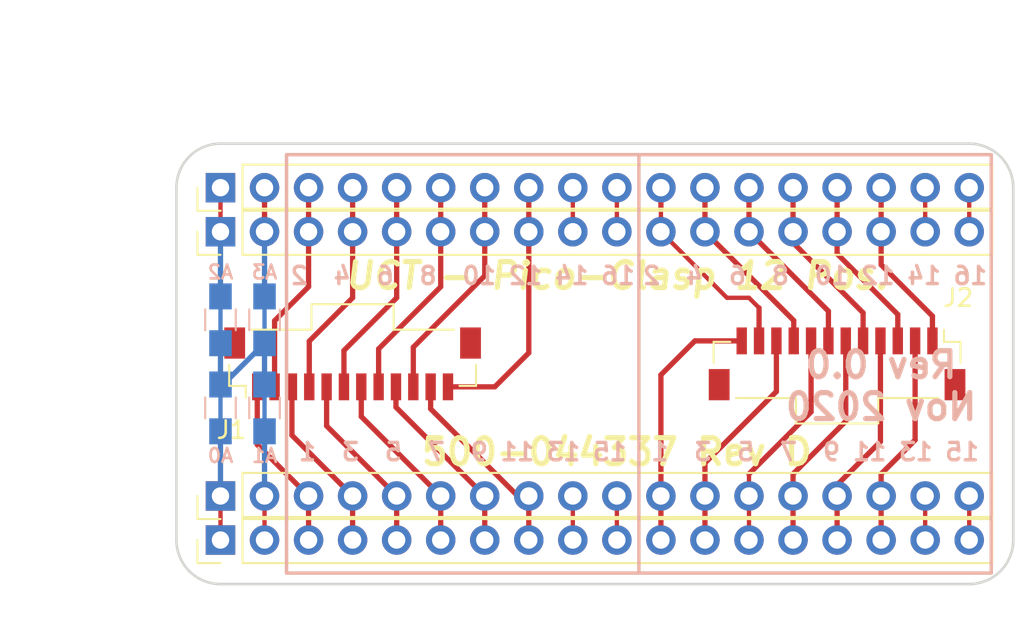
<source format=kicad_pcb>
(kicad_pcb (version 4) (host pcbnew 4.0.6)

  (general
    (links 75)
    (no_connects 8)
    (area 124.384999 73.584999 172.795001 99.135001)
    (thickness 1.6)
    (drawings 22)
    (tracks 108)
    (zones 0)
    (modules 10)
    (nets 35)
  )

  (page A4)
  (layers
    (0 F.Cu signal)
    (31 B.Cu signal)
    (32 B.Adhes user)
    (33 F.Adhes user)
    (34 B.Paste user)
    (35 F.Paste user)
    (36 B.SilkS user)
    (37 F.SilkS user)
    (38 B.Mask user)
    (39 F.Mask user)
    (40 Dwgs.User user)
    (41 Cmts.User user)
    (42 Eco1.User user)
    (43 Eco2.User user)
    (44 Edge.Cuts user)
    (45 Margin user)
    (46 B.CrtYd user)
    (47 F.CrtYd user)
    (48 B.Fab user)
    (49 F.Fab user)
  )

  (setup
    (last_trace_width 0.3048)
    (user_trace_width 0.254)
    (user_trace_width 0.3048)
    (user_trace_width 0.4064)
    (trace_clearance 0.2)
    (zone_clearance 0.508)
    (zone_45_only no)
    (trace_min 0.2)
    (segment_width 0.2)
    (edge_width 0.15)
    (via_size 0.6)
    (via_drill 0.4)
    (via_min_size 0.4)
    (via_min_drill 0.3)
    (uvia_size 0.3)
    (uvia_drill 0.1)
    (uvias_allowed no)
    (uvia_min_size 0.2)
    (uvia_min_drill 0.1)
    (pcb_text_width 0.3)
    (pcb_text_size 1.5 1.5)
    (mod_edge_width 0.15)
    (mod_text_size 1 1)
    (mod_text_width 0.15)
    (pad_size 1.8 1.2)
    (pad_drill 0)
    (pad_to_mask_clearance 0)
    (aux_axis_origin 0 0)
    (visible_elements 7FFFFFFF)
    (pcbplotparams
      (layerselection 0x00030_80000001)
      (usegerberextensions false)
      (excludeedgelayer true)
      (linewidth 0.100000)
      (plotframeref false)
      (viasonmask false)
      (mode 1)
      (useauxorigin false)
      (hpglpennumber 1)
      (hpglpenspeed 20)
      (hpglpendiameter 15)
      (hpglpenoverlay 2)
      (psnegative false)
      (psa4output false)
      (plotreference true)
      (plotvalue true)
      (plotinvisibletext false)
      (padsonsilk false)
      (subtractmaskfromsilk false)
      (outputformat 1)
      (mirror false)
      (drillshape 1)
      (scaleselection 1)
      (outputdirectory ""))
  )

  (net 0 "")
  (net 1 GND)
  (net 2 /OUT1)
  (net 3 /OUT2)
  (net 4 /OUT3)
  (net 5 /OUT4)
  (net 6 /OUT5)
  (net 7 /OUT6)
  (net 8 /OUT7)
  (net 9 /OUT8)
  (net 10 /IN1)
  (net 11 /IN2)
  (net 12 /IN3)
  (net 13 /IN4)
  (net 14 /IN5)
  (net 15 /IN6)
  (net 16 /IN7)
  (net 17 /IN8)
  (net 18 /OUT9)
  (net 19 /OUT10)
  (net 20 /OUT11)
  (net 21 /OUT12)
  (net 22 /OUT13)
  (net 23 /OUT14)
  (net 24 /OUT15)
  (net 25 /OUT16)
  (net 26 /IN9)
  (net 27 /IN10)
  (net 28 /IN11)
  (net 29 /IN12)
  (net 30 /IN13)
  (net 31 /IN14)
  (net 32 /IN15)
  (net 33 /IN16)
  (net 34 /A0)

  (net_class Default "This is the default net class."
    (clearance 0.2)
    (trace_width 0.25)
    (via_dia 0.6)
    (via_drill 0.4)
    (uvia_dia 0.3)
    (uvia_drill 0.1)
    (add_net /A0)
    (add_net /IN1)
    (add_net /IN10)
    (add_net /IN11)
    (add_net /IN12)
    (add_net /IN13)
    (add_net /IN14)
    (add_net /IN15)
    (add_net /IN16)
    (add_net /IN2)
    (add_net /IN3)
    (add_net /IN4)
    (add_net /IN5)
    (add_net /IN6)
    (add_net /IN7)
    (add_net /IN8)
    (add_net /IN9)
    (add_net /OUT1)
    (add_net /OUT10)
    (add_net /OUT11)
    (add_net /OUT12)
    (add_net /OUT13)
    (add_net /OUT14)
    (add_net /OUT15)
    (add_net /OUT16)
    (add_net /OUT2)
    (add_net /OUT3)
    (add_net /OUT4)
    (add_net /OUT5)
    (add_net /OUT6)
    (add_net /OUT7)
    (add_net /OUT8)
    (add_net /OUT9)
  )

  (module footprints:Molex_PicoClasp_501331-1207_1x12_P1.0mm_Vertical (layer F.Cu) (tedit 5FB31BBB) (tstamp 5FB2EDD1)
    (at 162.56 86.36 270)
    (descr "Molex Pico-Clasp header, 12 contacts, 1.00mm pitch, http://www.molex.com/pdm_docs/sd/5013310207_sd.pdf")
    (tags "connector molex pico clasp 501331-1207")
    (path /5FB5092C)
    (attr smd)
    (fp_text reference J2 (at -3.81 -6.985 360) (layer F.SilkS)
      (effects (font (size 1 1) (thickness 0.15)))
    )
    (fp_text value PicoClasp_12 (at 0 8.6 270) (layer F.Fab)
      (effects (font (size 1 1) (thickness 0.15)))
    )
    (fp_line (start -1.15 -7) (end 1.85 -7) (layer F.Fab) (width 0.1))
    (fp_line (start 1.85 -7) (end 1.85 -2.25) (layer F.Fab) (width 0.1))
    (fp_line (start 1.85 -2.25) (end 3.32 -2.25) (layer F.Fab) (width 0.1))
    (fp_line (start 3.32 -2.25) (end 3.32 2.25) (layer F.Fab) (width 0.1))
    (fp_line (start 3.32 2.25) (end 1.85 2.25) (layer F.Fab) (width 0.1))
    (fp_line (start 1.85 2.25) (end 1.85 7) (layer F.Fab) (width 0.1))
    (fp_line (start 1.85 7) (end -1.15 7) (layer F.Fab) (width 0.1))
    (fp_line (start -1.15 7) (end -1.15 -7) (layer F.Fab) (width 0.1))
    (fp_line (start -1.15 -5) (end -0.15 -5.5) (layer F.Fab) (width 0.1))
    (fp_line (start -0.15 -5.5) (end -1.15 -6) (layer F.Fab) (width 0.1))
    (fp_line (start -1.95 -6.16) (end -1.27 -6.16) (layer F.SilkS) (width 0.12))
    (fp_line (start -1.27 -6.16) (end -1.27 -7.12) (layer F.SilkS) (width 0.12))
    (fp_line (start -1.27 -7.12) (end -0.06 -7.12) (layer F.SilkS) (width 0.12))
    (fp_line (start -1.27 6.16) (end -1.27 7.12) (layer F.SilkS) (width 0.12))
    (fp_line (start -1.27 7.12) (end -0.06 7.12) (layer F.SilkS) (width 0.12))
    (fp_line (start 1.97 -5.84) (end 1.97 -2.37) (layer F.SilkS) (width 0.12))
    (fp_line (start 1.97 -2.37) (end 3.44 -2.37) (layer F.SilkS) (width 0.12))
    (fp_line (start 3.44 -2.37) (end 3.44 2.37) (layer F.SilkS) (width 0.12))
    (fp_line (start 3.44 2.37) (end 1.97 2.37) (layer F.SilkS) (width 0.12))
    (fp_line (start 1.97 2.37) (end 1.97 5.84) (layer F.SilkS) (width 0.12))
    (fp_line (start -2.6 -7.9) (end -2.6 7.9) (layer F.CrtYd) (width 0.05))
    (fp_line (start -2.6 7.9) (end 3.82 7.9) (layer F.CrtYd) (width 0.05))
    (fp_line (start 3.82 7.9) (end 3.82 -7.9) (layer F.CrtYd) (width 0.05))
    (fp_line (start 3.82 -7.9) (end -2.6 -7.9) (layer F.CrtYd) (width 0.05))
    (fp_text user %R (at 0.675 0 360) (layer F.Fab)
      (effects (font (size 1 1) (thickness 0.15)))
    )
    (pad 1 smd rect (at -1.325 -5.5 270) (size 1.55 0.6) (layers F.Cu F.Paste F.Mask)
      (net 29 /IN12))
    (pad 2 smd rect (at -1.325 -4.5 270) (size 1.55 0.6) (layers F.Cu F.Paste F.Mask)
      (net 28 /IN11))
    (pad 3 smd rect (at -1.325 -3.5 270) (size 1.55 0.6) (layers F.Cu F.Paste F.Mask)
      (net 27 /IN10))
    (pad 4 smd rect (at -1.325 -2.5 270) (size 1.55 0.6) (layers F.Cu F.Paste F.Mask)
      (net 26 /IN9))
    (pad 5 smd rect (at -1.325 -1.5 270) (size 1.55 0.6) (layers F.Cu F.Paste F.Mask)
      (net 17 /IN8))
    (pad 6 smd rect (at -1.325 -0.5 270) (size 1.55 0.6) (layers F.Cu F.Paste F.Mask)
      (net 16 /IN7))
    (pad 7 smd rect (at -1.325 0.5 270) (size 1.55 0.6) (layers F.Cu F.Paste F.Mask)
      (net 15 /IN6))
    (pad 8 smd rect (at -1.325 1.5 270) (size 1.55 0.6) (layers F.Cu F.Paste F.Mask)
      (net 14 /IN5))
    (pad 9 smd rect (at -1.325 2.5 270) (size 1.55 0.6) (layers F.Cu F.Paste F.Mask)
      (net 13 /IN4))
    (pad 10 smd rect (at -1.325 3.5 270) (size 1.55 0.6) (layers F.Cu F.Paste F.Mask)
      (net 12 /IN3))
    (pad 11 smd rect (at -1.325 4.5 270) (size 1.55 0.6) (layers F.Cu F.Paste F.Mask)
      (net 11 /IN2))
    (pad 12 smd rect (at -1.325 5.5 270) (size 1.55 0.6) (layers F.Cu F.Paste F.Mask)
      (net 10 /IN1))
    (pad 13 smd rect (at 1.2 -6.8 270) (size 1.8 1.2) (layers F.Cu F.Paste F.Mask))
    (pad 13 smd rect (at 1.2 6.8 270) (size 1.8 1.2) (layers F.Cu F.Paste F.Mask))
    (model ${KISYS3DMOD}/Connectors_Molex.3dshapes/Molex_PicoClasp_501331-1207_1x12_P1.0mm_Vertical.wrl
      (at (xyz 0 0 0))
      (scale (xyz 1 1 1))
      (rotate (xyz 0 0 0))
    )
  )

  (module Pin_Headers:Pin_Header_Straight_1x18_Pitch2.54mm (layer F.Cu) (tedit 5FB3FD60) (tstamp 5FB2DFFD)
    (at 127 96.52 90)
    (descr "Through hole straight pin header, 1x18, 2.54mm pitch, single row")
    (tags "Through hole pin header THT 1x18 2.54mm single row")
    (path /5FB2E822)
    (fp_text reference J3 (at 0 -2.33 90) (layer F.SilkS) hide
      (effects (font (size 1 1) (thickness 0.15)))
    )
    (fp_text value CONN_01X18 (at 0 45.51 90) (layer F.Fab)
      (effects (font (size 1 1) (thickness 0.15)))
    )
    (fp_line (start -0.635 -1.27) (end 1.27 -1.27) (layer F.Fab) (width 0.1))
    (fp_line (start 1.27 -1.27) (end 1.27 44.45) (layer F.Fab) (width 0.1))
    (fp_line (start 1.27 44.45) (end -1.27 44.45) (layer F.Fab) (width 0.1))
    (fp_line (start -1.27 44.45) (end -1.27 -0.635) (layer F.Fab) (width 0.1))
    (fp_line (start -1.27 -0.635) (end -0.635 -1.27) (layer F.Fab) (width 0.1))
    (fp_line (start -1.33 44.51) (end 1.33 44.51) (layer F.SilkS) (width 0.12))
    (fp_line (start -1.33 1.27) (end -1.33 44.51) (layer F.SilkS) (width 0.12))
    (fp_line (start 1.33 1.27) (end 1.33 44.51) (layer F.SilkS) (width 0.12))
    (fp_line (start -1.33 1.27) (end 1.33 1.27) (layer F.SilkS) (width 0.12))
    (fp_line (start -1.33 0) (end -1.33 -1.33) (layer F.SilkS) (width 0.12))
    (fp_line (start -1.33 -1.33) (end 0 -1.33) (layer F.SilkS) (width 0.12))
    (fp_line (start -1.8 -1.8) (end -1.8 44.95) (layer F.CrtYd) (width 0.05))
    (fp_line (start -1.8 44.95) (end 1.8 44.95) (layer F.CrtYd) (width 0.05))
    (fp_line (start 1.8 44.95) (end 1.8 -1.8) (layer F.CrtYd) (width 0.05))
    (fp_line (start 1.8 -1.8) (end -1.8 -1.8) (layer F.CrtYd) (width 0.05))
    (fp_text user %R (at 0 21.59 180) (layer F.Fab)
      (effects (font (size 1 1) (thickness 0.15)))
    )
    (pad 1 thru_hole rect (at 0 0 90) (size 1.7 1.7) (drill 1) (layers *.Cu *.Mask)
      (net 34 /A0))
    (pad 2 thru_hole oval (at 0 2.54 90) (size 1.7 1.7) (drill 1) (layers *.Cu *.Mask)
      (net 34 /A0))
    (pad 3 thru_hole oval (at 0 5.08 90) (size 1.7 1.7) (drill 1) (layers *.Cu *.Mask)
      (net 2 /OUT1))
    (pad 4 thru_hole oval (at 0 7.62 90) (size 1.7 1.7) (drill 1) (layers *.Cu *.Mask)
      (net 4 /OUT3))
    (pad 5 thru_hole oval (at 0 10.16 90) (size 1.7 1.7) (drill 1) (layers *.Cu *.Mask)
      (net 6 /OUT5))
    (pad 6 thru_hole oval (at 0 12.7 90) (size 1.7 1.7) (drill 1) (layers *.Cu *.Mask)
      (net 8 /OUT7))
    (pad 7 thru_hole oval (at 0 15.24 90) (size 1.7 1.7) (drill 1) (layers *.Cu *.Mask)
      (net 18 /OUT9))
    (pad 8 thru_hole oval (at 0 17.78 90) (size 1.7 1.7) (drill 1) (layers *.Cu *.Mask)
      (net 20 /OUT11))
    (pad 9 thru_hole oval (at 0 20.32 90) (size 1.7 1.7) (drill 1) (layers *.Cu *.Mask)
      (net 22 /OUT13))
    (pad 10 thru_hole oval (at 0 22.86 90) (size 1.7 1.7) (drill 1) (layers *.Cu *.Mask)
      (net 24 /OUT15))
    (pad 11 thru_hole oval (at 0 25.4 90) (size 1.7 1.7) (drill 1) (layers *.Cu *.Mask)
      (net 10 /IN1))
    (pad 12 thru_hole oval (at 0 27.94 90) (size 1.7 1.7) (drill 1) (layers *.Cu *.Mask)
      (net 12 /IN3))
    (pad 13 thru_hole oval (at 0 30.48 90) (size 1.7 1.7) (drill 1) (layers *.Cu *.Mask)
      (net 14 /IN5))
    (pad 14 thru_hole oval (at 0 33.02 90) (size 1.7 1.7) (drill 1) (layers *.Cu *.Mask)
      (net 16 /IN7))
    (pad 15 thru_hole oval (at 0 35.56 90) (size 1.7 1.7) (drill 1) (layers *.Cu *.Mask)
      (net 26 /IN9))
    (pad 16 thru_hole oval (at 0 38.1 90) (size 1.7 1.7) (drill 1) (layers *.Cu *.Mask)
      (net 28 /IN11))
    (pad 17 thru_hole oval (at 0 40.64 90) (size 1.7 1.7) (drill 1) (layers *.Cu *.Mask)
      (net 30 /IN13))
    (pad 18 thru_hole oval (at 0 43.18 90) (size 1.7 1.7) (drill 1) (layers *.Cu *.Mask)
      (net 32 /IN15))
  )

  (module Pin_Headers:Pin_Header_Straight_1x18_Pitch2.54mm (layer F.Cu) (tedit 5FB31035) (tstamp 5FB2E012)
    (at 127 76.2 90)
    (descr "Through hole straight pin header, 1x18, 2.54mm pitch, single row")
    (tags "Through hole pin header THT 1x18 2.54mm single row")
    (path /5FB2E920)
    (fp_text reference J4 (at 0 -2.33 90) (layer F.SilkS) hide
      (effects (font (size 1 1) (thickness 0.15)))
    )
    (fp_text value CONN_01X18 (at 0 45.51 90) (layer F.Fab)
      (effects (font (size 1 1) (thickness 0.15)))
    )
    (fp_line (start -0.635 -1.27) (end 1.27 -1.27) (layer F.Fab) (width 0.1))
    (fp_line (start 1.27 -1.27) (end 1.27 44.45) (layer F.Fab) (width 0.1))
    (fp_line (start 1.27 44.45) (end -1.27 44.45) (layer F.Fab) (width 0.1))
    (fp_line (start -1.27 44.45) (end -1.27 -0.635) (layer F.Fab) (width 0.1))
    (fp_line (start -1.27 -0.635) (end -0.635 -1.27) (layer F.Fab) (width 0.1))
    (fp_line (start -1.33 44.51) (end 1.33 44.51) (layer F.SilkS) (width 0.12))
    (fp_line (start -1.33 1.27) (end -1.33 44.51) (layer F.SilkS) (width 0.12))
    (fp_line (start 1.33 1.27) (end 1.33 44.51) (layer F.SilkS) (width 0.12))
    (fp_line (start -1.33 1.27) (end 1.33 1.27) (layer F.SilkS) (width 0.12))
    (fp_line (start -1.33 0) (end -1.33 -1.33) (layer F.SilkS) (width 0.12))
    (fp_line (start -1.33 -1.33) (end 0 -1.33) (layer F.SilkS) (width 0.12))
    (fp_line (start -1.8 -1.8) (end -1.8 44.95) (layer F.CrtYd) (width 0.05))
    (fp_line (start -1.8 44.95) (end 1.8 44.95) (layer F.CrtYd) (width 0.05))
    (fp_line (start 1.8 44.95) (end 1.8 -1.8) (layer F.CrtYd) (width 0.05))
    (fp_line (start 1.8 -1.8) (end -1.8 -1.8) (layer F.CrtYd) (width 0.05))
    (fp_text user %R (at 0 21.59 180) (layer F.Fab)
      (effects (font (size 1 1) (thickness 0.15)))
    )
    (pad 1 thru_hole rect (at 0 0 90) (size 1.7 1.7) (drill 1) (layers *.Cu *.Mask)
      (net 34 /A0))
    (pad 2 thru_hole oval (at 0 2.54 90) (size 1.7 1.7) (drill 1) (layers *.Cu *.Mask)
      (net 34 /A0))
    (pad 3 thru_hole oval (at 0 5.08 90) (size 1.7 1.7) (drill 1) (layers *.Cu *.Mask)
      (net 3 /OUT2))
    (pad 4 thru_hole oval (at 0 7.62 90) (size 1.7 1.7) (drill 1) (layers *.Cu *.Mask)
      (net 5 /OUT4))
    (pad 5 thru_hole oval (at 0 10.16 90) (size 1.7 1.7) (drill 1) (layers *.Cu *.Mask)
      (net 7 /OUT6))
    (pad 6 thru_hole oval (at 0 12.7 90) (size 1.7 1.7) (drill 1) (layers *.Cu *.Mask)
      (net 9 /OUT8))
    (pad 7 thru_hole oval (at 0 15.24 90) (size 1.7 1.7) (drill 1) (layers *.Cu *.Mask)
      (net 19 /OUT10))
    (pad 8 thru_hole oval (at 0 17.78 90) (size 1.7 1.7) (drill 1) (layers *.Cu *.Mask)
      (net 21 /OUT12))
    (pad 9 thru_hole oval (at 0 20.32 90) (size 1.7 1.7) (drill 1) (layers *.Cu *.Mask)
      (net 23 /OUT14))
    (pad 10 thru_hole oval (at 0 22.86 90) (size 1.7 1.7) (drill 1) (layers *.Cu *.Mask)
      (net 25 /OUT16))
    (pad 11 thru_hole oval (at 0 25.4 90) (size 1.7 1.7) (drill 1) (layers *.Cu *.Mask)
      (net 11 /IN2))
    (pad 12 thru_hole oval (at 0 27.94 90) (size 1.7 1.7) (drill 1) (layers *.Cu *.Mask)
      (net 13 /IN4))
    (pad 13 thru_hole oval (at 0 30.48 90) (size 1.7 1.7) (drill 1) (layers *.Cu *.Mask)
      (net 15 /IN6))
    (pad 14 thru_hole oval (at 0 33.02 90) (size 1.7 1.7) (drill 1) (layers *.Cu *.Mask)
      (net 17 /IN8))
    (pad 15 thru_hole oval (at 0 35.56 90) (size 1.7 1.7) (drill 1) (layers *.Cu *.Mask)
      (net 27 /IN10))
    (pad 16 thru_hole oval (at 0 38.1 90) (size 1.7 1.7) (drill 1) (layers *.Cu *.Mask)
      (net 29 /IN12))
    (pad 17 thru_hole oval (at 0 40.64 90) (size 1.7 1.7) (drill 1) (layers *.Cu *.Mask)
      (net 31 /IN14))
    (pad 18 thru_hole oval (at 0 43.18 90) (size 1.7 1.7) (drill 1) (layers *.Cu *.Mask)
      (net 33 /IN16))
  )

  (module footprints:Molex_PicoClasp_501331-1207_1x12_P1.0mm_Vertical (layer F.Cu) (tedit 5FB31BAE) (tstamp 5FB2EDBF)
    (at 134.62 86.36 90)
    (descr "Molex Pico-Clasp header, 12 contacts, 1.00mm pitch, http://www.molex.com/pdm_docs/sd/5013310207_sd.pdf")
    (tags "connector molex pico clasp 501331-1207")
    (path /5FB50851)
    (attr smd)
    (fp_text reference J1 (at -3.81 -6.985 180) (layer F.SilkS)
      (effects (font (size 1 1) (thickness 0.15)))
    )
    (fp_text value PicoClasp_12 (at 0 8.6 90) (layer F.Fab)
      (effects (font (size 1 1) (thickness 0.15)))
    )
    (fp_line (start -1.15 -7) (end 1.85 -7) (layer F.Fab) (width 0.1))
    (fp_line (start 1.85 -7) (end 1.85 -2.25) (layer F.Fab) (width 0.1))
    (fp_line (start 1.85 -2.25) (end 3.32 -2.25) (layer F.Fab) (width 0.1))
    (fp_line (start 3.32 -2.25) (end 3.32 2.25) (layer F.Fab) (width 0.1))
    (fp_line (start 3.32 2.25) (end 1.85 2.25) (layer F.Fab) (width 0.1))
    (fp_line (start 1.85 2.25) (end 1.85 7) (layer F.Fab) (width 0.1))
    (fp_line (start 1.85 7) (end -1.15 7) (layer F.Fab) (width 0.1))
    (fp_line (start -1.15 7) (end -1.15 -7) (layer F.Fab) (width 0.1))
    (fp_line (start -1.15 -5) (end -0.15 -5.5) (layer F.Fab) (width 0.1))
    (fp_line (start -0.15 -5.5) (end -1.15 -6) (layer F.Fab) (width 0.1))
    (fp_line (start -1.95 -6.16) (end -1.27 -6.16) (layer F.SilkS) (width 0.12))
    (fp_line (start -1.27 -6.16) (end -1.27 -7.12) (layer F.SilkS) (width 0.12))
    (fp_line (start -1.27 -7.12) (end -0.06 -7.12) (layer F.SilkS) (width 0.12))
    (fp_line (start -1.27 6.16) (end -1.27 7.12) (layer F.SilkS) (width 0.12))
    (fp_line (start -1.27 7.12) (end -0.06 7.12) (layer F.SilkS) (width 0.12))
    (fp_line (start 1.97 -5.84) (end 1.97 -2.37) (layer F.SilkS) (width 0.12))
    (fp_line (start 1.97 -2.37) (end 3.44 -2.37) (layer F.SilkS) (width 0.12))
    (fp_line (start 3.44 -2.37) (end 3.44 2.37) (layer F.SilkS) (width 0.12))
    (fp_line (start 3.44 2.37) (end 1.97 2.37) (layer F.SilkS) (width 0.12))
    (fp_line (start 1.97 2.37) (end 1.97 5.84) (layer F.SilkS) (width 0.12))
    (fp_line (start -2.6 -7.9) (end -2.6 7.9) (layer F.CrtYd) (width 0.05))
    (fp_line (start -2.6 7.9) (end 3.82 7.9) (layer F.CrtYd) (width 0.05))
    (fp_line (start 3.82 7.9) (end 3.82 -7.9) (layer F.CrtYd) (width 0.05))
    (fp_line (start 3.82 -7.9) (end -2.6 -7.9) (layer F.CrtYd) (width 0.05))
    (fp_text user %R (at 0.675 0 180) (layer F.Fab)
      (effects (font (size 1 1) (thickness 0.15)))
    )
    (pad 1 smd rect (at -1.325 -5.5 90) (size 1.55 0.6) (layers F.Cu F.Paste F.Mask)
      (net 2 /OUT1))
    (pad 2 smd rect (at -1.325 -4.5 90) (size 1.55 0.6) (layers F.Cu F.Paste F.Mask)
      (net 3 /OUT2))
    (pad 3 smd rect (at -1.325 -3.5 90) (size 1.55 0.6) (layers F.Cu F.Paste F.Mask)
      (net 4 /OUT3))
    (pad 4 smd rect (at -1.325 -2.5 90) (size 1.55 0.6) (layers F.Cu F.Paste F.Mask)
      (net 5 /OUT4))
    (pad 5 smd rect (at -1.325 -1.5 90) (size 1.55 0.6) (layers F.Cu F.Paste F.Mask)
      (net 6 /OUT5))
    (pad 6 smd rect (at -1.325 -0.5 90) (size 1.55 0.6) (layers F.Cu F.Paste F.Mask)
      (net 7 /OUT6))
    (pad 7 smd rect (at -1.325 0.5 90) (size 1.55 0.6) (layers F.Cu F.Paste F.Mask)
      (net 8 /OUT7))
    (pad 8 smd rect (at -1.325 1.5 90) (size 1.55 0.6) (layers F.Cu F.Paste F.Mask)
      (net 9 /OUT8))
    (pad 9 smd rect (at -1.325 2.5 90) (size 1.55 0.6) (layers F.Cu F.Paste F.Mask)
      (net 18 /OUT9))
    (pad 10 smd rect (at -1.325 3.5 90) (size 1.55 0.6) (layers F.Cu F.Paste F.Mask)
      (net 19 /OUT10))
    (pad 11 smd rect (at -1.325 4.5 90) (size 1.55 0.6) (layers F.Cu F.Paste F.Mask)
      (net 20 /OUT11))
    (pad 12 smd rect (at -1.325 5.5 90) (size 1.55 0.6) (layers F.Cu F.Paste F.Mask)
      (net 21 /OUT12))
    (pad 13 smd rect (at 1.2 -6.8 90) (size 1.8 1.2) (layers F.Cu F.Paste F.Mask))
    (pad 13 smd rect (at 1.2 6.8 90) (size 1.8 1.2) (layers F.Cu F.Paste F.Mask))
    (model ${KISYS3DMOD}/Connectors_Molex.3dshapes/Molex_PicoClasp_501331-1207_1x12_P1.0mm_Vertical.wrl
      (at (xyz 0 0 0))
      (scale (xyz 1 1 1))
      (rotate (xyz 0 0 0))
    )
  )

  (module Pin_Headers:Pin_Header_Straight_1x18_Pitch2.54mm (layer F.Cu) (tedit 5FB3FD63) (tstamp 5FB3FD40)
    (at 127 93.98 90)
    (descr "Through hole straight pin header, 1x18, 2.54mm pitch, single row")
    (tags "Through hole pin header THT 1x18 2.54mm single row")
    (path /5FB3FCEC)
    (fp_text reference J33 (at 0 -2.33 90) (layer F.SilkS) hide
      (effects (font (size 1 1) (thickness 0.15)))
    )
    (fp_text value CONN_01X18 (at 0 45.51 90) (layer F.Fab)
      (effects (font (size 1 1) (thickness 0.15)))
    )
    (fp_line (start -0.635 -1.27) (end 1.27 -1.27) (layer F.Fab) (width 0.1))
    (fp_line (start 1.27 -1.27) (end 1.27 44.45) (layer F.Fab) (width 0.1))
    (fp_line (start 1.27 44.45) (end -1.27 44.45) (layer F.Fab) (width 0.1))
    (fp_line (start -1.27 44.45) (end -1.27 -0.635) (layer F.Fab) (width 0.1))
    (fp_line (start -1.27 -0.635) (end -0.635 -1.27) (layer F.Fab) (width 0.1))
    (fp_line (start -1.33 44.51) (end 1.33 44.51) (layer F.SilkS) (width 0.12))
    (fp_line (start -1.33 1.27) (end -1.33 44.51) (layer F.SilkS) (width 0.12))
    (fp_line (start 1.33 1.27) (end 1.33 44.51) (layer F.SilkS) (width 0.12))
    (fp_line (start -1.33 1.27) (end 1.33 1.27) (layer F.SilkS) (width 0.12))
    (fp_line (start -1.33 0) (end -1.33 -1.33) (layer F.SilkS) (width 0.12))
    (fp_line (start -1.33 -1.33) (end 0 -1.33) (layer F.SilkS) (width 0.12))
    (fp_line (start -1.8 -1.8) (end -1.8 44.95) (layer F.CrtYd) (width 0.05))
    (fp_line (start -1.8 44.95) (end 1.8 44.95) (layer F.CrtYd) (width 0.05))
    (fp_line (start 1.8 44.95) (end 1.8 -1.8) (layer F.CrtYd) (width 0.05))
    (fp_line (start 1.8 -1.8) (end -1.8 -1.8) (layer F.CrtYd) (width 0.05))
    (fp_text user %R (at 0 21.59 180) (layer F.Fab)
      (effects (font (size 1 1) (thickness 0.15)))
    )
    (pad 1 thru_hole rect (at 0 0 90) (size 1.7 1.7) (drill 1) (layers *.Cu *.Mask)
      (net 34 /A0))
    (pad 2 thru_hole oval (at 0 2.54 90) (size 1.7 1.7) (drill 1) (layers *.Cu *.Mask)
      (net 34 /A0))
    (pad 3 thru_hole oval (at 0 5.08 90) (size 1.7 1.7) (drill 1) (layers *.Cu *.Mask)
      (net 2 /OUT1))
    (pad 4 thru_hole oval (at 0 7.62 90) (size 1.7 1.7) (drill 1) (layers *.Cu *.Mask)
      (net 4 /OUT3))
    (pad 5 thru_hole oval (at 0 10.16 90) (size 1.7 1.7) (drill 1) (layers *.Cu *.Mask)
      (net 6 /OUT5))
    (pad 6 thru_hole oval (at 0 12.7 90) (size 1.7 1.7) (drill 1) (layers *.Cu *.Mask)
      (net 8 /OUT7))
    (pad 7 thru_hole oval (at 0 15.24 90) (size 1.7 1.7) (drill 1) (layers *.Cu *.Mask)
      (net 18 /OUT9))
    (pad 8 thru_hole oval (at 0 17.78 90) (size 1.7 1.7) (drill 1) (layers *.Cu *.Mask)
      (net 20 /OUT11))
    (pad 9 thru_hole oval (at 0 20.32 90) (size 1.7 1.7) (drill 1) (layers *.Cu *.Mask)
      (net 22 /OUT13))
    (pad 10 thru_hole oval (at 0 22.86 90) (size 1.7 1.7) (drill 1) (layers *.Cu *.Mask)
      (net 24 /OUT15))
    (pad 11 thru_hole oval (at 0 25.4 90) (size 1.7 1.7) (drill 1) (layers *.Cu *.Mask)
      (net 10 /IN1))
    (pad 12 thru_hole oval (at 0 27.94 90) (size 1.7 1.7) (drill 1) (layers *.Cu *.Mask)
      (net 12 /IN3))
    (pad 13 thru_hole oval (at 0 30.48 90) (size 1.7 1.7) (drill 1) (layers *.Cu *.Mask)
      (net 14 /IN5))
    (pad 14 thru_hole oval (at 0 33.02 90) (size 1.7 1.7) (drill 1) (layers *.Cu *.Mask)
      (net 16 /IN7))
    (pad 15 thru_hole oval (at 0 35.56 90) (size 1.7 1.7) (drill 1) (layers *.Cu *.Mask)
      (net 26 /IN9))
    (pad 16 thru_hole oval (at 0 38.1 90) (size 1.7 1.7) (drill 1) (layers *.Cu *.Mask)
      (net 28 /IN11))
    (pad 17 thru_hole oval (at 0 40.64 90) (size 1.7 1.7) (drill 1) (layers *.Cu *.Mask)
      (net 30 /IN13))
    (pad 18 thru_hole oval (at 0 43.18 90) (size 1.7 1.7) (drill 1) (layers *.Cu *.Mask)
      (net 32 /IN15))
  )

  (module Pin_Headers:Pin_Header_Straight_1x18_Pitch2.54mm (layer F.Cu) (tedit 5FB3FD5C) (tstamp 5FB3FD66)
    (at 127 78.74 90)
    (descr "Through hole straight pin header, 1x18, 2.54mm pitch, single row")
    (tags "Through hole pin header THT 1x18 2.54mm single row")
    (path /5FB3FD19)
    (fp_text reference J44 (at 0 -2.33 90) (layer F.SilkS) hide
      (effects (font (size 1 1) (thickness 0.15)))
    )
    (fp_text value CONN_01X18 (at 0 45.51 90) (layer F.Fab)
      (effects (font (size 1 1) (thickness 0.15)))
    )
    (fp_line (start -0.635 -1.27) (end 1.27 -1.27) (layer F.Fab) (width 0.1))
    (fp_line (start 1.27 -1.27) (end 1.27 44.45) (layer F.Fab) (width 0.1))
    (fp_line (start 1.27 44.45) (end -1.27 44.45) (layer F.Fab) (width 0.1))
    (fp_line (start -1.27 44.45) (end -1.27 -0.635) (layer F.Fab) (width 0.1))
    (fp_line (start -1.27 -0.635) (end -0.635 -1.27) (layer F.Fab) (width 0.1))
    (fp_line (start -1.33 44.51) (end 1.33 44.51) (layer F.SilkS) (width 0.12))
    (fp_line (start -1.33 1.27) (end -1.33 44.51) (layer F.SilkS) (width 0.12))
    (fp_line (start 1.33 1.27) (end 1.33 44.51) (layer F.SilkS) (width 0.12))
    (fp_line (start -1.33 1.27) (end 1.33 1.27) (layer F.SilkS) (width 0.12))
    (fp_line (start -1.33 0) (end -1.33 -1.33) (layer F.SilkS) (width 0.12))
    (fp_line (start -1.33 -1.33) (end 0 -1.33) (layer F.SilkS) (width 0.12))
    (fp_line (start -1.8 -1.8) (end -1.8 44.95) (layer F.CrtYd) (width 0.05))
    (fp_line (start -1.8 44.95) (end 1.8 44.95) (layer F.CrtYd) (width 0.05))
    (fp_line (start 1.8 44.95) (end 1.8 -1.8) (layer F.CrtYd) (width 0.05))
    (fp_line (start 1.8 -1.8) (end -1.8 -1.8) (layer F.CrtYd) (width 0.05))
    (fp_text user %R (at 0 21.59 180) (layer F.Fab)
      (effects (font (size 1 1) (thickness 0.15)))
    )
    (pad 1 thru_hole rect (at 0 0 90) (size 1.7 1.7) (drill 1) (layers *.Cu *.Mask)
      (net 34 /A0))
    (pad 2 thru_hole oval (at 0 2.54 90) (size 1.7 1.7) (drill 1) (layers *.Cu *.Mask)
      (net 34 /A0))
    (pad 3 thru_hole oval (at 0 5.08 90) (size 1.7 1.7) (drill 1) (layers *.Cu *.Mask)
      (net 3 /OUT2))
    (pad 4 thru_hole oval (at 0 7.62 90) (size 1.7 1.7) (drill 1) (layers *.Cu *.Mask)
      (net 5 /OUT4))
    (pad 5 thru_hole oval (at 0 10.16 90) (size 1.7 1.7) (drill 1) (layers *.Cu *.Mask)
      (net 7 /OUT6))
    (pad 6 thru_hole oval (at 0 12.7 90) (size 1.7 1.7) (drill 1) (layers *.Cu *.Mask)
      (net 9 /OUT8))
    (pad 7 thru_hole oval (at 0 15.24 90) (size 1.7 1.7) (drill 1) (layers *.Cu *.Mask)
      (net 19 /OUT10))
    (pad 8 thru_hole oval (at 0 17.78 90) (size 1.7 1.7) (drill 1) (layers *.Cu *.Mask)
      (net 21 /OUT12))
    (pad 9 thru_hole oval (at 0 20.32 90) (size 1.7 1.7) (drill 1) (layers *.Cu *.Mask)
      (net 23 /OUT14))
    (pad 10 thru_hole oval (at 0 22.86 90) (size 1.7 1.7) (drill 1) (layers *.Cu *.Mask)
      (net 25 /OUT16))
    (pad 11 thru_hole oval (at 0 25.4 90) (size 1.7 1.7) (drill 1) (layers *.Cu *.Mask)
      (net 11 /IN2))
    (pad 12 thru_hole oval (at 0 27.94 90) (size 1.7 1.7) (drill 1) (layers *.Cu *.Mask)
      (net 13 /IN4))
    (pad 13 thru_hole oval (at 0 30.48 90) (size 1.7 1.7) (drill 1) (layers *.Cu *.Mask)
      (net 15 /IN6))
    (pad 14 thru_hole oval (at 0 33.02 90) (size 1.7 1.7) (drill 1) (layers *.Cu *.Mask)
      (net 17 /IN8))
    (pad 15 thru_hole oval (at 0 35.56 90) (size 1.7 1.7) (drill 1) (layers *.Cu *.Mask)
      (net 27 /IN10))
    (pad 16 thru_hole oval (at 0 38.1 90) (size 1.7 1.7) (drill 1) (layers *.Cu *.Mask)
      (net 29 /IN12))
    (pad 17 thru_hole oval (at 0 40.64 90) (size 1.7 1.7) (drill 1) (layers *.Cu *.Mask)
      (net 31 /IN14))
    (pad 18 thru_hole oval (at 0 43.18 90) (size 1.7 1.7) (drill 1) (layers *.Cu *.Mask)
      (net 33 /IN16))
  )

  (module footprints:R_0805_JMP_NC (layer B.Cu) (tedit 5FB548B6) (tstamp 5FB54745)
    (at 127 88.9 90)
    (descr "Resistor SMD 0805, hand soldering")
    (tags "resistor 0805")
    (path /5FB547F2)
    (attr smd)
    (fp_text reference A0 (at -2.75 0 360) (layer B.SilkS)
      (effects (font (size 0.8 0.8) (thickness 0.15)) (justify mirror))
    )
    (fp_text value Jumper_NC_Small (at 0 -1.75 90) (layer B.Fab)
      (effects (font (size 1 1) (thickness 0.15)) (justify mirror))
    )
    (fp_text user %R (at 0 0 90) (layer B.Fab)
      (effects (font (size 0.5 0.5) (thickness 0.075)) (justify mirror))
    )
    (fp_line (start -1 -0.62) (end -1 0.62) (layer B.Fab) (width 0.1))
    (fp_line (start 1 -0.62) (end -1 -0.62) (layer B.Fab) (width 0.1))
    (fp_line (start 1 0.62) (end 1 -0.62) (layer B.Fab) (width 0.1))
    (fp_line (start -1 0.62) (end 1 0.62) (layer B.Fab) (width 0.1))
    (fp_line (start 0.6 -0.88) (end -0.6 -0.88) (layer B.SilkS) (width 0.12))
    (fp_line (start -0.6 0.88) (end 0.6 0.88) (layer B.SilkS) (width 0.12))
    (fp_line (start -2.35 0.9) (end 2.35 0.9) (layer B.CrtYd) (width 0.05))
    (fp_line (start -2.35 0.9) (end -2.35 -0.9) (layer B.CrtYd) (width 0.05))
    (fp_line (start 2.35 -0.9) (end 2.35 0.9) (layer B.CrtYd) (width 0.05))
    (fp_line (start 2.35 -0.9) (end -2.35 -0.9) (layer B.CrtYd) (width 0.05))
    (pad 1 smd rect (at -1.35 0 90) (size 1.5 1.3) (layers B.Cu B.Paste B.Mask)
      (net 34 /A0))
    (pad 2 smd rect (at 1.35 0 90) (size 1.5 1.3) (layers B.Cu B.Paste B.Mask)
      (net 34 /A0))
    (pad 1 smd rect (at 0 0 90) (size 2 0.25) (layers B.Cu B.Paste B.Mask)
      (net 34 /A0))
    (model ${KISYS3DMOD}/Resistors_SMD.3dshapes/R_0805.wrl
      (at (xyz 0 0 0))
      (scale (xyz 1 1 1))
      (rotate (xyz 0 0 0))
    )
  )

  (module footprints:R_0805_JMP_NC (layer B.Cu) (tedit 5FB548B6) (tstamp 5FB54756)
    (at 129.54 88.9 90)
    (descr "Resistor SMD 0805, hand soldering")
    (tags "resistor 0805")
    (path /5FB5497B)
    (attr smd)
    (fp_text reference A1 (at -2.75 0 360) (layer B.SilkS)
      (effects (font (size 0.8 0.8) (thickness 0.15)) (justify mirror))
    )
    (fp_text value Jumper_NC_Small (at 0 -1.75 90) (layer B.Fab)
      (effects (font (size 1 1) (thickness 0.15)) (justify mirror))
    )
    (fp_text user %R (at 0 0 90) (layer B.Fab)
      (effects (font (size 0.5 0.5) (thickness 0.075)) (justify mirror))
    )
    (fp_line (start -1 -0.62) (end -1 0.62) (layer B.Fab) (width 0.1))
    (fp_line (start 1 -0.62) (end -1 -0.62) (layer B.Fab) (width 0.1))
    (fp_line (start 1 0.62) (end 1 -0.62) (layer B.Fab) (width 0.1))
    (fp_line (start -1 0.62) (end 1 0.62) (layer B.Fab) (width 0.1))
    (fp_line (start 0.6 -0.88) (end -0.6 -0.88) (layer B.SilkS) (width 0.12))
    (fp_line (start -0.6 0.88) (end 0.6 0.88) (layer B.SilkS) (width 0.12))
    (fp_line (start -2.35 0.9) (end 2.35 0.9) (layer B.CrtYd) (width 0.05))
    (fp_line (start -2.35 0.9) (end -2.35 -0.9) (layer B.CrtYd) (width 0.05))
    (fp_line (start 2.35 -0.9) (end 2.35 0.9) (layer B.CrtYd) (width 0.05))
    (fp_line (start 2.35 -0.9) (end -2.35 -0.9) (layer B.CrtYd) (width 0.05))
    (pad 1 smd rect (at -1.35 0 90) (size 1.5 1.3) (layers B.Cu B.Paste B.Mask)
      (net 34 /A0))
    (pad 2 smd rect (at 1.35 0 90) (size 1.5 1.3) (layers B.Cu B.Paste B.Mask)
      (net 34 /A0))
    (pad 1 smd rect (at 0 0 90) (size 2 0.25) (layers B.Cu B.Paste B.Mask)
      (net 34 /A0))
    (model ${KISYS3DMOD}/Resistors_SMD.3dshapes/R_0805.wrl
      (at (xyz 0 0 0))
      (scale (xyz 1 1 1))
      (rotate (xyz 0 0 0))
    )
  )

  (module footprints:R_0805_JMP_NC (layer B.Cu) (tedit 5FB548B6) (tstamp 5FB54767)
    (at 127 83.82 270)
    (descr "Resistor SMD 0805, hand soldering")
    (tags "resistor 0805")
    (path /5FB54A3B)
    (attr smd)
    (fp_text reference A2 (at -2.75 0 540) (layer B.SilkS)
      (effects (font (size 0.8 0.8) (thickness 0.15)) (justify mirror))
    )
    (fp_text value Jumper_NC_Small (at 0 -1.75 270) (layer B.Fab)
      (effects (font (size 1 1) (thickness 0.15)) (justify mirror))
    )
    (fp_text user %R (at 0 0 270) (layer B.Fab)
      (effects (font (size 0.5 0.5) (thickness 0.075)) (justify mirror))
    )
    (fp_line (start -1 -0.62) (end -1 0.62) (layer B.Fab) (width 0.1))
    (fp_line (start 1 -0.62) (end -1 -0.62) (layer B.Fab) (width 0.1))
    (fp_line (start 1 0.62) (end 1 -0.62) (layer B.Fab) (width 0.1))
    (fp_line (start -1 0.62) (end 1 0.62) (layer B.Fab) (width 0.1))
    (fp_line (start 0.6 -0.88) (end -0.6 -0.88) (layer B.SilkS) (width 0.12))
    (fp_line (start -0.6 0.88) (end 0.6 0.88) (layer B.SilkS) (width 0.12))
    (fp_line (start -2.35 0.9) (end 2.35 0.9) (layer B.CrtYd) (width 0.05))
    (fp_line (start -2.35 0.9) (end -2.35 -0.9) (layer B.CrtYd) (width 0.05))
    (fp_line (start 2.35 -0.9) (end 2.35 0.9) (layer B.CrtYd) (width 0.05))
    (fp_line (start 2.35 -0.9) (end -2.35 -0.9) (layer B.CrtYd) (width 0.05))
    (pad 1 smd rect (at -1.35 0 270) (size 1.5 1.3) (layers B.Cu B.Paste B.Mask)
      (net 34 /A0))
    (pad 2 smd rect (at 1.35 0 270) (size 1.5 1.3) (layers B.Cu B.Paste B.Mask)
      (net 34 /A0))
    (pad 1 smd rect (at 0 0 270) (size 2 0.25) (layers B.Cu B.Paste B.Mask)
      (net 34 /A0))
    (model ${KISYS3DMOD}/Resistors_SMD.3dshapes/R_0805.wrl
      (at (xyz 0 0 0))
      (scale (xyz 1 1 1))
      (rotate (xyz 0 0 0))
    )
  )

  (module footprints:R_0805_JMP_NC (layer B.Cu) (tedit 5FB548B6) (tstamp 5FB54778)
    (at 129.54 83.82 270)
    (descr "Resistor SMD 0805, hand soldering")
    (tags "resistor 0805")
    (path /5FB54AF0)
    (attr smd)
    (fp_text reference A3 (at -2.75 0 540) (layer B.SilkS)
      (effects (font (size 0.8 0.8) (thickness 0.15)) (justify mirror))
    )
    (fp_text value Jumper_NC_Small (at 0 -1.75 270) (layer B.Fab)
      (effects (font (size 1 1) (thickness 0.15)) (justify mirror))
    )
    (fp_text user %R (at 0 0 270) (layer B.Fab)
      (effects (font (size 0.5 0.5) (thickness 0.075)) (justify mirror))
    )
    (fp_line (start -1 -0.62) (end -1 0.62) (layer B.Fab) (width 0.1))
    (fp_line (start 1 -0.62) (end -1 -0.62) (layer B.Fab) (width 0.1))
    (fp_line (start 1 0.62) (end 1 -0.62) (layer B.Fab) (width 0.1))
    (fp_line (start -1 0.62) (end 1 0.62) (layer B.Fab) (width 0.1))
    (fp_line (start 0.6 -0.88) (end -0.6 -0.88) (layer B.SilkS) (width 0.12))
    (fp_line (start -0.6 0.88) (end 0.6 0.88) (layer B.SilkS) (width 0.12))
    (fp_line (start -2.35 0.9) (end 2.35 0.9) (layer B.CrtYd) (width 0.05))
    (fp_line (start -2.35 0.9) (end -2.35 -0.9) (layer B.CrtYd) (width 0.05))
    (fp_line (start 2.35 -0.9) (end 2.35 0.9) (layer B.CrtYd) (width 0.05))
    (fp_line (start 2.35 -0.9) (end -2.35 -0.9) (layer B.CrtYd) (width 0.05))
    (pad 1 smd rect (at -1.35 0 270) (size 1.5 1.3) (layers B.Cu B.Paste B.Mask)
      (net 34 /A0))
    (pad 2 smd rect (at 1.35 0 270) (size 1.5 1.3) (layers B.Cu B.Paste B.Mask)
      (net 34 /A0))
    (pad 1 smd rect (at 0 0 270) (size 2 0.25) (layers B.Cu B.Paste B.Mask)
      (net 34 /A0))
    (model ${KISYS3DMOD}/Resistors_SMD.3dshapes/R_0805.wrl
      (at (xyz 0 0 0))
      (scale (xyz 1 1 1))
      (rotate (xyz 0 0 0))
    )
  )

  (gr_text "16 14 12 10  8  6  4  2" (at 161.29 81.28) (layer B.SilkS)
    (effects (font (size 1 1) (thickness 0.2)) (justify mirror))
  )
  (gr_text "16 14 12 10  8  6  4  2" (at 140.97 81.28) (layer B.SilkS)
    (effects (font (size 1 1) (thickness 0.2)) (justify mirror))
  )
  (gr_text "15 13 11 9  7  5  3  1" (at 161.29 91.44) (layer B.SilkS)
    (effects (font (size 1 1) (thickness 0.2)) (justify mirror))
  )
  (gr_text "15 13 11 9  7  5  3  1" (at 140.97 91.44) (layer B.SilkS)
    (effects (font (size 1 1) (thickness 0.2)) (justify mirror))
  )
  (gr_line (start 151.13 74.295) (end 151.13 98.425) (angle 90) (layer B.SilkS) (width 0.2))
  (gr_line (start 171.45 98.425) (end 130.81 98.425) (angle 90) (layer B.SilkS) (width 0.2))
  (gr_line (start 171.45 74.295) (end 171.45 98.425) (angle 90) (layer B.SilkS) (width 0.2))
  (gr_line (start 130.81 74.295) (end 171.45 74.295) (angle 90) (layer B.SilkS) (width 0.2))
  (gr_line (start 130.81 98.425) (end 130.81 74.295) (angle 90) (layer B.SilkS) (width 0.2))
  (gr_text "Rev 0.0\nNov 2020" (at 165.1 87.63) (layer B.SilkS)
    (effects (font (size 1.5 1.5) (thickness 0.3)) (justify mirror))
  )
  (gr_text "UCT - Pico-Clasp 12 Pos." (at 149.86 81.28) (layer F.SilkS)
    (effects (font (size 1.5 1.5) (thickness 0.3) italic))
  )
  (dimension 25.4 (width 0.3) (layer Dwgs.User)
    (gr_text "1.0000 in" (at 121.92 86.36 270) (layer Dwgs.User)
      (effects (font (size 1.5 1.5) (thickness 0.3)))
    )
    (feature1 (pts (xy 124.46 99.06) (xy 121.92 99.06)))
    (feature2 (pts (xy 124.46 73.66) (xy 121.92 73.66)))
    (crossbar (pts (xy 121.92 73.66) (xy 121.92 99.06)))
    (arrow1a (pts (xy 121.92 99.06) (xy 121.333579 97.933496)))
    (arrow1b (pts (xy 121.92 99.06) (xy 122.506421 97.933496)))
    (arrow2a (pts (xy 121.92 73.66) (xy 121.333579 74.786504)))
    (arrow2b (pts (xy 121.92 73.66) (xy 122.506421 74.786504)))
  )
  (dimension 48.26 (width 0.3) (layer Dwgs.User)
    (gr_text "1.9000 in" (at 148.59 67.23) (layer Dwgs.User)
      (effects (font (size 1.5 1.5) (thickness 0.3)))
    )
    (feature1 (pts (xy 172.72 73.66) (xy 172.72 65.88)))
    (feature2 (pts (xy 124.46 73.66) (xy 124.46 65.88)))
    (crossbar (pts (xy 124.46 68.58) (xy 172.72 68.58)))
    (arrow1a (pts (xy 172.72 68.58) (xy 171.593496 69.166421)))
    (arrow1b (pts (xy 172.72 68.58) (xy 171.593496 67.993579)))
    (arrow2a (pts (xy 124.46 68.58) (xy 125.586504 69.166421)))
    (arrow2b (pts (xy 124.46 68.58) (xy 125.586504 67.993579)))
  )
  (gr_text "500-044337 Rev D" (at 149.86 91.44) (layer F.SilkS)
    (effects (font (size 1.5 1.5) (thickness 0.3)))
  )
  (gr_line (start 124.46 96.52) (end 124.46 76.2) (angle 90) (layer Edge.Cuts) (width 0.15))
  (gr_line (start 170.18 99.06) (end 127 99.06) (angle 90) (layer Edge.Cuts) (width 0.15))
  (gr_line (start 172.72 76.2) (end 172.72 96.52) (angle 90) (layer Edge.Cuts) (width 0.15))
  (gr_line (start 127 73.66) (end 170.18 73.66) (angle 90) (layer Edge.Cuts) (width 0.15))
  (gr_arc (start 127 76.2) (end 124.46 76.2) (angle 90) (layer Edge.Cuts) (width 0.15))
  (gr_arc (start 127 96.52) (end 127 99.06) (angle 90) (layer Edge.Cuts) (width 0.15))
  (gr_arc (start 170.18 96.52) (end 172.72 96.52) (angle 90) (layer Edge.Cuts) (width 0.15))
  (gr_arc (start 170.18 76.2) (end 170.18 73.66) (angle 90) (layer Edge.Cuts) (width 0.15))

  (segment (start 129.12 87.685) (end 129.12 91.02) (width 0.3048) (layer F.Cu) (net 2))
  (segment (start 132.08 93.98) (end 132.08 96.52) (width 0.3048) (layer F.Cu) (net 2) (tstamp 5FB30E98))
  (segment (start 129.12 91.02) (end 132.08 93.98) (width 0.3048) (layer F.Cu) (net 2) (tstamp 5FB30E94))
  (segment (start 132.08 76.2) (end 132.08 78.74) (width 0.25) (layer F.Cu) (net 3))
  (segment (start 132.08 81.915) (end 132.08 76.2) (width 0.3048) (layer F.Cu) (net 3) (tstamp 5FB30EB8))
  (segment (start 130.12 87.685) (end 130.12 83.875) (width 0.3048) (layer F.Cu) (net 3))
  (segment (start 130.12 83.875) (end 132.08 81.915) (width 0.3048) (layer F.Cu) (net 3) (tstamp 5FB30EB6))
  (segment (start 131.12 87.685) (end 131.12 90.48) (width 0.3048) (layer F.Cu) (net 4))
  (segment (start 134.62 93.98) (end 134.62 96.52) (width 0.3048) (layer F.Cu) (net 4) (tstamp 5FB30E9D))
  (segment (start 131.12 90.48) (end 134.62 93.98) (width 0.3048) (layer F.Cu) (net 4) (tstamp 5FB30E9C))
  (segment (start 134.62 82.55) (end 134.62 76.2) (width 0.3048) (layer F.Cu) (net 5) (tstamp 5FB30EBE))
  (segment (start 134.62 76.2) (end 134.62 78.74) (width 0.25) (layer F.Cu) (net 5))
  (segment (start 132.12 87.685) (end 132.12 85.05) (width 0.3048) (layer F.Cu) (net 5))
  (segment (start 132.12 85.05) (end 134.62 82.55) (width 0.3048) (layer F.Cu) (net 5) (tstamp 5FB30EBC))
  (segment (start 133.12 87.685) (end 133.12 89.94) (width 0.3048) (layer F.Cu) (net 6))
  (segment (start 137.16 93.98) (end 137.16 96.52) (width 0.3048) (layer F.Cu) (net 6) (tstamp 5FB30EA2))
  (segment (start 133.12 89.94) (end 137.16 93.98) (width 0.3048) (layer F.Cu) (net 6) (tstamp 5FB30EA1))
  (segment (start 137.16 82.55) (end 137.16 76.2) (width 0.3048) (layer F.Cu) (net 7) (tstamp 5FB30EC4))
  (segment (start 137.16 76.2) (end 137.16 78.74) (width 0.25) (layer F.Cu) (net 7))
  (segment (start 134.12 87.685) (end 134.12 85.59) (width 0.3048) (layer F.Cu) (net 7))
  (segment (start 134.12 85.59) (end 137.16 82.55) (width 0.3048) (layer F.Cu) (net 7) (tstamp 5FB30EC2))
  (segment (start 135.12 87.685) (end 135.12 89.4) (width 0.3048) (layer F.Cu) (net 8))
  (segment (start 139.7 93.98) (end 139.7 96.52) (width 0.3048) (layer F.Cu) (net 8) (tstamp 5FB30EA7))
  (segment (start 135.12 89.4) (end 139.7 93.98) (width 0.3048) (layer F.Cu) (net 8) (tstamp 5FB30EA6))
  (segment (start 139.7 76.2) (end 139.7 78.74) (width 0.25) (layer F.Cu) (net 9))
  (segment (start 139.7 81.915) (end 139.7 76.2) (width 0.3048) (layer F.Cu) (net 9) (tstamp 5FB30ECA))
  (segment (start 136.12 87.685) (end 136.12 85.495) (width 0.3048) (layer F.Cu) (net 9))
  (segment (start 136.12 85.495) (end 139.7 81.915) (width 0.3048) (layer F.Cu) (net 9) (tstamp 5FB30EC8))
  (segment (start 152.4 96.52) (end 152.4 93.98) (width 0.25) (layer F.Cu) (net 10))
  (segment (start 157.06 85.035) (end 154.36 85.035) (width 0.3048) (layer F.Cu) (net 10))
  (segment (start 152.4 86.995) (end 152.4 96.52) (width 0.3048) (layer F.Cu) (net 10) (tstamp 5FB30EEC))
  (segment (start 154.36 85.035) (end 152.4 86.995) (width 0.3048) (layer F.Cu) (net 10) (tstamp 5FB30EEA))
  (segment (start 152.4 78.74) (end 156.21 82.55) (width 0.25) (layer F.Cu) (net 11))
  (segment (start 158.06 83.13) (end 158.06 85.035) (width 0.3048) (layer F.Cu) (net 11))
  (segment (start 157.48 82.55) (end 158.06 83.13) (width 0.25) (layer F.Cu) (net 11) (tstamp 5FB405E7))
  (segment (start 156.21 82.55) (end 157.48 82.55) (width 0.25) (layer F.Cu) (net 11) (tstamp 5FB405E4))
  (segment (start 152.4 76.2) (end 152.4 78.74) (width 0.25) (layer F.Cu) (net 11))
  (segment (start 152.4 77.47) (end 152.4 76.2) (width 0.3048) (layer F.Cu) (net 11) (tstamp 5FB30EF1))
  (segment (start 154.94 93.98) (end 154.94 96.52) (width 0.25) (layer F.Cu) (net 12))
  (segment (start 159.06 85.035) (end 159.06 87.955) (width 0.3048) (layer F.Cu) (net 12))
  (segment (start 154.94 92.075) (end 154.94 96.52) (width 0.3048) (layer F.Cu) (net 12) (tstamp 5FB30F2D))
  (segment (start 159.06 87.955) (end 154.94 92.075) (width 0.3048) (layer F.Cu) (net 12) (tstamp 5FB30F2B))
  (segment (start 160.06 85.035) (end 160.06 83.86) (width 0.3048) (layer F.Cu) (net 13))
  (segment (start 154.94 78.74) (end 154.94 76.2) (width 0.3048) (layer F.Cu) (net 13) (tstamp 5FB30EF6))
  (segment (start 160.06 83.86) (end 154.94 78.74) (width 0.3048) (layer F.Cu) (net 13) (tstamp 5FB30EF5))
  (segment (start 157.48 93.98) (end 157.48 96.52) (width 0.25) (layer F.Cu) (net 14))
  (segment (start 157.48 93.98) (end 157.48 92.71) (width 0.25) (layer F.Cu) (net 14))
  (segment (start 161.06 89.13) (end 157.48 92.71) (width 0.3048) (layer F.Cu) (net 14) (tstamp 5FB30F25))
  (segment (start 161.06 89.13) (end 161.06 85.035) (width 0.3048) (layer F.Cu) (net 14))
  (segment (start 162.06 85.035) (end 162.06 83.32) (width 0.3048) (layer F.Cu) (net 15))
  (segment (start 157.48 78.74) (end 157.48 76.2) (width 0.3048) (layer F.Cu) (net 15) (tstamp 5FB30EFC))
  (segment (start 162.06 83.32) (end 157.48 78.74) (width 0.3048) (layer F.Cu) (net 15) (tstamp 5FB30EFA))
  (segment (start 160.02 96.52) (end 160.02 93.98) (width 0.25) (layer F.Cu) (net 16))
  (segment (start 163.06 85.035) (end 163.06 89.67) (width 0.3048) (layer F.Cu) (net 16))
  (segment (start 160.02 92.71) (end 160.02 96.52) (width 0.3048) (layer F.Cu) (net 16) (tstamp 5FB30F21))
  (segment (start 163.06 89.67) (end 160.02 92.71) (width 0.3048) (layer F.Cu) (net 16) (tstamp 5FB30F1F))
  (segment (start 164.06 85.035) (end 164.06 83.415) (width 0.3048) (layer F.Cu) (net 17))
  (segment (start 160.02 79.375) (end 160.02 76.2) (width 0.3048) (layer F.Cu) (net 17) (tstamp 5FB30F02))
  (segment (start 164.06 83.415) (end 160.02 79.375) (width 0.3048) (layer F.Cu) (net 17) (tstamp 5FB30F00))
  (segment (start 137.12 87.685) (end 137.12 88.86) (width 0.3048) (layer F.Cu) (net 18))
  (segment (start 142.24 93.98) (end 142.24 96.52) (width 0.3048) (layer F.Cu) (net 18) (tstamp 5FB30EAC))
  (segment (start 137.12 88.86) (end 142.24 93.98) (width 0.3048) (layer F.Cu) (net 18) (tstamp 5FB30EAB))
  (segment (start 142.24 76.2) (end 142.24 78.74) (width 0.25) (layer F.Cu) (net 19))
  (segment (start 138.12 87.685) (end 138.12 85.4) (width 0.3048) (layer F.Cu) (net 19))
  (segment (start 142.24 81.28) (end 142.24 76.2) (width 0.3048) (layer F.Cu) (net 19) (tstamp 5FB30ED0))
  (segment (start 138.12 85.4) (end 142.24 81.28) (width 0.3048) (layer F.Cu) (net 19) (tstamp 5FB30ECE))
  (segment (start 139.12 87.685) (end 139.12 88.955) (width 0.3048) (layer F.Cu) (net 20))
  (segment (start 144.78 94.615) (end 144.78 96.52) (width 0.3048) (layer F.Cu) (net 20) (tstamp 5FB30EB3))
  (segment (start 139.12 88.955) (end 144.78 94.615) (width 0.3048) (layer F.Cu) (net 20) (tstamp 5FB30EB2))
  (segment (start 144.78 76.2) (end 144.78 78.74) (width 0.25) (layer F.Cu) (net 21))
  (segment (start 140.12 87.685) (end 142.82 87.685) (width 0.3048) (layer F.Cu) (net 21))
  (segment (start 144.78 85.725) (end 144.78 76.2) (width 0.3048) (layer F.Cu) (net 21) (tstamp 5FB30ED6))
  (segment (start 142.82 87.685) (end 144.78 85.725) (width 0.3048) (layer F.Cu) (net 21) (tstamp 5FB30ED4))
  (segment (start 147.32 96.52) (end 147.32 93.98) (width 0.25) (layer F.Cu) (net 22))
  (segment (start 147.32 76.2) (end 147.32 78.74) (width 0.25) (layer F.Cu) (net 23))
  (segment (start 149.86 96.52) (end 149.86 93.98) (width 0.25) (layer F.Cu) (net 24))
  (segment (start 149.86 76.2) (end 149.86 78.74) (width 0.25) (layer F.Cu) (net 25))
  (segment (start 165.06 85.035) (end 165.06 90.845) (width 0.3048) (layer F.Cu) (net 26))
  (segment (start 162.56 93.345) (end 162.56 96.52) (width 0.3048) (layer F.Cu) (net 26) (tstamp 5FB30F1B))
  (segment (start 165.06 90.845) (end 162.56 93.345) (width 0.3048) (layer F.Cu) (net 26) (tstamp 5FB30F19))
  (segment (start 162.56 76.2) (end 162.56 78.74) (width 0.25) (layer F.Cu) (net 27))
  (segment (start 166.06 85.035) (end 166.06 83.51) (width 0.3048) (layer F.Cu) (net 27))
  (segment (start 162.56 80.01) (end 162.56 76.2) (width 0.3048) (layer F.Cu) (net 27) (tstamp 5FB30F08))
  (segment (start 166.06 83.51) (end 162.56 80.01) (width 0.3048) (layer F.Cu) (net 27) (tstamp 5FB30F06))
  (segment (start 165.1 96.52) (end 165.1 93.98) (width 0.25) (layer F.Cu) (net 28))
  (segment (start 167.06 85.035) (end 167.06 90.75) (width 0.3048) (layer F.Cu) (net 28))
  (segment (start 165.1 92.71) (end 165.1 96.52) (width 0.3048) (layer F.Cu) (net 28) (tstamp 5FB30F15))
  (segment (start 167.06 90.75) (end 165.1 92.71) (width 0.3048) (layer F.Cu) (net 28) (tstamp 5FB30F13))
  (segment (start 165.1 76.2) (end 165.1 78.74) (width 0.25) (layer F.Cu) (net 29))
  (segment (start 168.06 85.035) (end 168.06 83.605) (width 0.3048) (layer F.Cu) (net 29))
  (segment (start 165.1 80.645) (end 165.1 76.2) (width 0.3048) (layer F.Cu) (net 29) (tstamp 5FB30F0F))
  (segment (start 168.06 83.605) (end 165.1 80.645) (width 0.3048) (layer F.Cu) (net 29) (tstamp 5FB30F0D))
  (segment (start 167.64 96.52) (end 167.64 93.98) (width 0.25) (layer F.Cu) (net 30))
  (segment (start 167.64 76.2) (end 167.64 78.74) (width 0.25) (layer F.Cu) (net 31))
  (segment (start 170.18 96.52) (end 170.18 93.98) (width 0.25) (layer F.Cu) (net 32))
  (segment (start 170.18 76.2) (end 170.18 78.74) (width 0.25) (layer F.Cu) (net 33))
  (segment (start 127 87.55) (end 127.16 87.55) (width 0.3048) (layer B.Cu) (net 34) (status C00000))
  (segment (start 127.16 87.55) (end 129.54 85.17) (width 0.3048) (layer B.Cu) (net 34) (tstamp 5FB54A0D) (status C00000))
  (segment (start 129.54 82.47) (end 129.54 78.74) (width 0.3048) (layer B.Cu) (net 34))
  (segment (start 127 82.47) (end 127 78.74) (width 0.3048) (layer B.Cu) (net 34))
  (segment (start 129.54 87.55) (end 129.54 85.17) (width 0.3048) (layer B.Cu) (net 34))
  (segment (start 127 87.55) (end 127 85.17) (width 0.3048) (layer B.Cu) (net 34))
  (segment (start 129.54 93.98) (end 129.54 90.25) (width 0.3048) (layer B.Cu) (net 34))
  (segment (start 127 93.98) (end 127 90.25) (width 0.3048) (layer B.Cu) (net 34))
  (segment (start 127 96.52) (end 127 93.98) (width 0.25) (layer F.Cu) (net 34))
  (segment (start 129.54 96.52) (end 129.54 93.98) (width 0.25) (layer F.Cu) (net 34))
  (segment (start 127 76.2) (end 127 78.74) (width 0.25) (layer F.Cu) (net 34))
  (segment (start 129.54 78.74) (end 129.54 76.2) (width 0.3048) (layer F.Cu) (net 34) (tstamp 5FB30EE6))

  (zone (net 1) (net_name GND) (layer F.Cu) (tstamp 5FB32106) (hatch edge 0.508)
    (connect_pads (clearance 0.508))
    (min_thickness 0.254)
    (fill yes (arc_segments 16) (thermal_gap 0.508) (thermal_bridge_width 0.508))
    (polygon
      (pts
        (xy 171.45 90.17) (xy 167.005 90.17) (xy 167.005 85.725) (xy 171.45 85.725)
      )
    )
  )
  (zone (net 1) (net_name GND) (layer F.Cu) (tstamp 5FB32110) (hatch edge 0.508)
    (connect_pads (clearance 0.508))
    (min_thickness 0.254)
    (fill yes (arc_segments 16) (thermal_gap 0.508) (thermal_bridge_width 0.508))
    (polygon
      (pts
        (xy 157.48 91.44) (xy 153.035 91.44) (xy 153.035 85.09) (xy 157.48 85.09)
      )
    )
  )
  (zone (net 1) (net_name GND) (layer F.Cu) (tstamp 5FB32115) (hatch edge 0.508)
    (connect_pads (clearance 0.508))
    (min_thickness 0.254)
    (fill yes (arc_segments 16) (thermal_gap 0.508) (thermal_bridge_width 0.508))
    (polygon
      (pts
        (xy 144.145 86.995) (xy 139.065 86.995) (xy 139.065 83.185) (xy 144.145 83.185)
      )
    )
  )
  (zone (net 1) (net_name GND) (layer F.Cu) (tstamp 5FB3211A) (hatch edge 0.508)
    (connect_pads (clearance 0.508))
    (min_thickness 0.254)
    (fill yes (arc_segments 16) (thermal_gap 0.508) (thermal_bridge_width 0.508))
    (polygon
      (pts
        (xy 126.365 83.185) (xy 129.54 83.185) (xy 129.54 86.995) (xy 125.73 86.995) (xy 125.73 83.185)
      )
    )
  )
)

</source>
